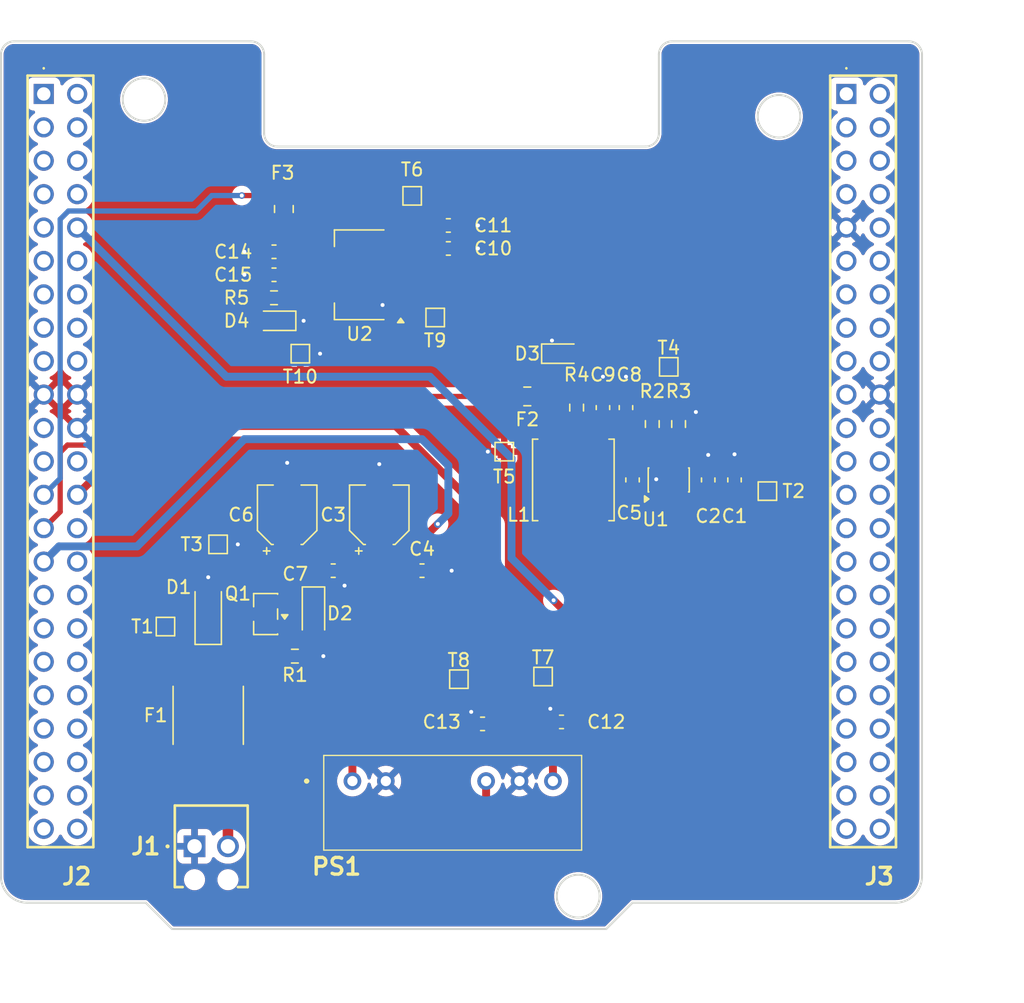
<source format=kicad_pcb>
(kicad_pcb (version 20241229) (generator "pcbnew") (generator_version "9.0")
  (title_block (rev "${REVISION}") (company "Author:") (comment 1 "Reviewer:"))
  (layers (0 "F.Cu" signal) (4 "In1.Cu" signal) (6 "In2.Cu" signal) (2 "B.Cu" signal) (13 "F.Paste" user) (15 "B.Paste" user) (5 "F.SilkS" user "F.Silkscreen") (7 "B.SilkS" user "B.Silkscreen") (1 "F.Mask" user) (3 "B.Mask" user) (25 "Edge.Cuts" user))
  (property "REVISION" "1.0")
  (net 0 "")
  (net 1 "VCC")
  (net 2 "GND")
  (net 3 "+5V")
  (net 4 "/power_section/VO_+3.3V")
  (net 5 "/power_section/RPP_D")
  (net 6 "/power_section/RPP_G")
  (net 7 "/power_section/D5V_R1k")
  (net 8 "+15V")
  (net 9 "/power_section/D3V3_R1k")
  (net 10 "+24V")
  (net 11 "+3V3")
  (net 12 "-15V")
  (net 13 "/power_section/SW_+5V")
  (net 14 "/power_section/VBST_+5V")
  (net 15 "/power_section/FB_+5V")
  (net 40 "/power_section/+5V_OUT")
  (footprint "Package_TO_SOT_SMD:SOT-23-6" (layer "F.Cu") (at 166.75 81.85 90)
    (property "Reference" "U1" (at -3 -1 0) (layer "F.SilkS"))
    (property "Value" "TPS563200")
    (pad "1" smd roundrect (at -1.1375 -0.95 90) (size 1.325 0.6) (layers "F.Cu" "F.Mask" "F.Paste") (net 2 "GND"))
    (pad "2" smd roundrect (at -1.1375 0 90) (size 1.325 0.6) (layers "F.Cu" "F.Mask" "F.Paste") (net 13 "/power_section/SW_+5V"))
    (pad "3" smd roundrect (at -1.1375 0.95 90) (size 1.325 0.6) (layers "F.Cu" "F.Mask" "F.Paste") (net 8 "+15V"))
    (pad "4" smd roundrect (at 1.1375 0.95 90) (size 1.325 0.6) (layers "F.Cu" "F.Mask" "F.Paste") (net 15 "/power_section/FB_+5V"))
    (pad "5" smd roundrect (at 1.1375 0 90) (size 1.325 0.6) (layers "F.Cu" "F.Mask" "F.Paste") (net 8 "+15V"))
    (pad "6" smd roundrect (at 1.1375 -0.95 90) (size 1.325 0.6) (layers "F.Cu" "F.Mask" "F.Paste") (net 14 "/power_section/VBST_+5V"))
  )
  (footprint "Capacitor_SMD:C_0603_1608Metric_Pad1.08x0.95mm_HandSolder" (layer "F.Cu") (at 148 88.75)
    (property "Reference" "C4" (at 0 -1.65 0) (layer "F.SilkS"))
    (property "Value" "10u")
    (pad "1" smd roundrect (at -0.8625 0) (size 1.075 0.95) (layers "F.Cu" "F.Mask" "F.Paste") (net 10 "+24V"))
    (pad "2" smd roundrect (at 0.8625 0) (size 1.075 0.95) (layers "F.Cu" "F.Mask" "F.Paste") (net 2 "GND"))
  )
  (footprint "Fuse:Fuse_0805_2012Metric_Pad1.15x1.40mm_HandSolder" (layer "F.Cu") (at 137.5 61.25 90)
    (property "Reference" "F3" (at 2.75 -0.1 0) (layer "F.SilkS"))
    (property "Value" "6V/1A")
    (pad "1" smd roundrect (at -1.025 0 90) (size 1.15 1.4) (layers "F.Cu" "F.Mask" "F.Paste") (roundrect_rratio 0.217391) (net 4 "/power_section/VO_+3.3V"))
    (pad "2" smd roundrect (at 1.025 0 90) (size 1.15 1.4) (layers "F.Cu" "F.Mask" "F.Paste") (roundrect_rratio 0.217391) (net 11 "+3V3"))
  )
  (footprint "Capacitor_SMD:C_0603_1608Metric_Pad1.08x0.95mm_HandSolder" (layer "F.Cu") (at 161.75 76.35 90)
    (property "Reference" "C9" (at 2.5 0 0) (layer "F.SilkS"))
    (property "Value" "22u")
    (pad "1" smd roundrect (at -0.8625 0 90) (size 1.075 0.95) (layers "F.Cu" "F.Mask" "F.Paste") (net 40 "/power_section/+5V_OUT"))
    (pad "2" smd roundrect (at 0.8625 0 90) (size 1.075 0.95) (layers "F.Cu" "F.Mask" "F.Paste") (net 2 "GND"))
  )
  (footprint "PLC_STM:PRT12790" (layer "F.Cu") (at 180.25 52.5 -90)
    (property "Reference" "J3" (at 59.5 -2.5 0) (layer "F.SilkS") (effects (font (size 1.27 1.27) (thickness 0.254))))
    (property "Value" "NUCLEO RIGHT" (hide yes))
    (pad "1" thru_hole rect (at 0 0 270) (size 1.53 1.53) (drill 1.02) (layers "*.Cu" "*.Mask"))
    (pad "2" thru_hole circle (at 0 -2.54 270) (size 1.53 1.53) (drill 1.02) (layers "*.Cu" "*.Mask"))
    (pad "3" thru_hole circle (at 2.54 0 270) (size 1.53 1.53) (drill 1.02) (layers "*.Cu" "*.Mask"))
    (pad "4" thru_hole circle (at 2.54 -2.54 270) (size 1.53 1.53) (drill 1.02) (layers "*.Cu" "*.Mask"))
    (pad "5" thru_hole circle (at 5.08 0 270) (size 1.53 1.53) (drill 1.02) (layers "*.Cu" "*.Mask"))
    (pad "6" thru_hole circle (at 5.08 -2.54 270) (size 1.53 1.53) (drill 1.02) (layers "*.Cu" "*.Mask"))
    (pad "7" thru_hole circle (at 7.62 0 270) (size 1.53 1.53) (drill 1.02) (layers "*.Cu" "*.Mask"))
    (pad "8" thru_hole circle (at 7.62 -2.54 270) (size 1.53 1.53) (drill 1.02) (layers "*.Cu" "*.Mask"))
    (pad "9" thru_hole circle (at 10.16 0 270) (size 1.53 1.53) (drill 1.02) (layers "*.Cu" "*.Mask") (net 2 "GND"))
    (pad "10" thru_hole circle (at 10.16 -2.54 270) (size 1.53 1.53) (drill 1.02) (layers "*.Cu" "*.Mask"))
    (pad "11" thru_hole circle (at 12.7 0 270) (size 1.53 1.53) (drill 1.02) (layers "*.Cu" "*.Mask"))
    (pad "12" thru_hole circle (at 12.7 -2.54 270) (size 1.53 1.53) (drill 1.02) (layers "*.Cu" "*.Mask"))
    (pad "13" thru_hole circle (at 15.24 0 270) (size 1.53 1.53) (drill 1.02) (layers "*.Cu" "*.Mask"))
    (pad "14" thru_hole circle (at 15.24 -2.54 270) (size 1.53 1.53) (drill 1.02) (layers "*.Cu" "*.Mask"))
    (pad "15" thru_hole circle (at 17.78 0 270) (size 1.53 1.53) (drill 1.02) (layers "*.Cu" "*.Mask"))
    (pad "16" thru_hole circle (at 17.78 -2.54 270) (size 1.53 1.53) (drill 1.02) (layers "*.Cu" "*.Mask"))
    (pad "17" thru_hole circle (at 20.32 0 270) (size 1.53 1.53) (drill 1.02) (layers "*.Cu" "*.Mask"))
    (pad "18" thru_hole circle (at 20.32 -2.54 270) (size 1.53 1.53) (drill 1.02) (layers "*.Cu" "*.Mask"))
    (pad "19" thru_hole circle (at 22.86 0 270) (size 1.53 1.53) (drill 1.02) (layers "*.Cu" "*.Mask"))
    (pad "20" thru_hole circle (at 22.86 -2.54 270) (size 1.53 1.53) (drill 1.02) (layers "*.Cu" "*.Mask") (net 2 "GND"))
    (pad "21" thru_hole circle (at 25.4 0 270) (size 1.53 1.53) (drill 1.02) (layers "*.Cu" "*.Mask"))
    (pad "22" thru_hole circle (at 25.4 -2.54 270) (size 1.53 1.53) (drill 1.02) (layers "*.Cu" "*.Mask"))
    (pad "23" thru_hole circle (at 27.94 0 270) (size 1.53 1.53) (drill 1.02) (layers "*.Cu" "*.Mask"))
    (pad "24" thru_hole circle (at 27.94 -2.54 270) (size 1.53 1.53) (drill 1.02) (layers "*.Cu" "*.Mask"))
    (pad "25" thru_hole circle (at 30.48 0 270) (size 1.53 1.53) (drill 1.02) (layers "*.Cu" "*.Mask"))
    (pad "26" thru_hole circle (at 30.48 -2.54 270) (size 1.53 1.53) (drill 1.02) (layers "*.Cu" "*.Mask"))
    (pad "27" thru_hole circle (at 33.02 0 270) (size 1.53 1.53) (drill 1.02) (layers "*.Cu" "*.Mask"))
    (pad "28" thru_hole circle (at 33.02 -2.54 270) (size 1.53 1.53) (drill 1.02) (layers "*.Cu" "*.Mask"))
    (pad "29" thru_hole circle (at 35.56 0 270) (size 1.53 1.53) (drill 1.02) (layers "*.Cu" "*.Mask"))
    (pad "30" thru_hole circle (at 35.56 -2.54 270) (size 1.53 1.53) (drill 1.02) (layers "*.Cu" "*.Mask"))
    (pad "31" thru_hole circle (at 38.1 0 270) (size 1.53 1.53) (drill 1.02) (layers "*.Cu" "*.Mask"))
    (pad "32" thru_hole circle (at 38.1 -2.54 270) (size 1.53 1.53) (drill 1.02) (layers "*.Cu" "*.Mask"))
    (pad "33" thru_hole circle (at 40.64 0 270) (size 1.53 1.53) (drill 1.02) (layers "*.Cu" "*.Mask"))
    (pad "34" thru_hole circle (at 40.64 -2.54 270) (size 1.53 1.53) (drill 1.02) (layers "*.Cu" "*.Mask"))
    (pad "35" thru_hole circle (at 43.18 0 270) (size 1.53 1.53) (drill 1.02) (layers "*.Cu" "*.Mask"))
    (pad "36" thru_hole circle (at 43.18 -2.54 270) (size 1.53 1.53) (drill 1.02) (layers "*.Cu" "*.Mask"))
    (pad "37" thru_hole circle (at 45.72 0 270) (size 1.53 1.53) (drill 1.02) (layers "*.Cu" "*.Mask"))
    (pad "38" thru_hole circle (at 45.72 -2.54 270) (size 1.53 1.53) (drill 1.02) (layers "*.Cu" "*.Mask"))
    (pad "39" thru_hole circle (at 48.26 0 270) (size 1.53 1.53) (drill 1.02) (layers "*.Cu" "*.Mask"))
    (pad "40" thru_hole circle (at 48.26 -2.54 270) (size 1.53 1.53) (drill 1.02) (layers "*.Cu" "*.Mask"))
    (pad "41" thru_hole circle (at 50.8 0 270) (size 1.53 1.53) (drill 1.02) (layers "*.Cu" "*.Mask"))
    (pad "42" thru_hole circle (at 50.8 -2.54 270) (size 1.53 1.53) (drill 1.02) (layers "*.Cu" "*.Mask"))
    (pad "43" thru_hole circle (at 53.34 0 270) (size 1.53 1.53) (drill 1.02) (layers "*.Cu" "*.Mask"))
    (pad "44" thru_hole circle (at 53.34 -2.54 270) (size 1.53 1.53) (drill 1.02) (layers "*.Cu" "*.Mask"))
    (pad "45" thru_hole circle (at 55.88 0 270) (size 1.53 1.53) (drill 1.02) (layers "*.Cu" "*.Mask"))
    (pad "46" thru_hole circle (at 55.88 -2.54 270) (size 1.53 1.53) (drill 1.02) (layers "*.Cu" "*.Mask"))
  )
  (footprint "Capacitor_SMD:C_0603_1608Metric_Pad1.08x0.95mm_HandSolder" (layer "F.Cu") (at 150 62.5)
    (property "Reference" "C11" (at 3.4 0 0) (layer "F.SilkS"))
    (property "Value" "100n")
    (pad "1" smd roundrect (at -0.8625 0) (size 1.075 0.95) (layers "F.Cu" "F.Mask" "F.Paste") (net 3 "+5V"))
    (pad "2" smd roundrect (at 0.8625 0) (size 1.075 0.95) (layers "F.Cu" "F.Mask" "F.Paste") (net 2 "GND"))
  )
  (footprint "Capacitor_SMD:C_0603_1608Metric_Pad1.08x0.95mm_HandSolder" (layer "F.Cu") (at 164 81.85 90)
    (property "Reference" "C5" (at -2.5 -0.25 0) (layer "F.SilkS"))
    (property "Value" "100n")
    (pad "1" smd roundrect (at -0.8625 0 90) (size 1.075 0.95) (layers "F.Cu" "F.Mask" "F.Paste") (net 13 "/power_section/SW_+5V"))
    (pad "2" smd roundrect (at 0.8625 0 90) (size 1.075 0.95) (layers "F.Cu" "F.Mask" "F.Paste") (net 14 "/power_section/VBST_+5V"))
  )
  (footprint "Resistor_SMD:R_0603_1608Metric_Pad0.98x0.95mm_HandSolder" (layer "F.Cu") (at 138.3375 95.25 180)
    (property "Reference" "R1" (at 0 -1.43 0) (layer "F.SilkS"))
    (property "Value" "100k")
    (pad "1" smd roundrect (at -0.9125 0 180) (size 0.975 0.95) (layers "F.Cu" "F.Mask" "F.Paste") (net 2 "GND"))
    (pad "2" smd roundrect (at 0.9125 0 180) (size 0.975 0.95) (layers "F.Cu" "F.Mask" "F.Paste") (net 6 "/power_section/RPP_G"))
  )
  (footprint "Package_TO_SOT_SMD:SOT-23-3" (layer "F.Cu") (at 136.1125 92.05 180)
    (property "Reference" "Q1" (at 2.1125 1.55 0) (layer "F.SilkS"))
    (property "Value" "SI2347DS-T1-GE3")
    (pad "1" smd roundrect (at -1.1375 -0.95 180) (size 1.325 0.6) (layers "F.Cu" "F.Mask" "F.Paste") (net 6 "/power_section/RPP_G"))
    (pad "2" smd roundrect (at -1.1375 0.95 180) (size 1.325 0.6) (layers "F.Cu" "F.Mask" "F.Paste") (net 10 "+24V"))
    (pad "3" smd roundrect (at 1.1375 0 180) (size 1.325 0.6) (layers "F.Cu" "F.Mask" "F.Paste") (net 5 "/power_section/RPP_D"))
  )
  (footprint "Fuse:Fuse_2920_7451Metric_Pad2.10x5.45mm_HandSolder" (layer "F.Cu") (at 131.75 99.75 -90)
    (property "Reference" "F1" (at 0 4 180) (layer "F.SilkS"))
    (property "Value" "33V/0A75")
    (pad "1" smd roundrect (at -3.475 0 270) (size 2.1 5.45) (layers "F.Cu" "F.Mask" "F.Paste") (roundrect_rratio 0.119048) (net 5 "/power_section/RPP_D"))
    (pad "2" smd roundrect (at 3.475 0 270) (size 2.1 5.45) (layers "F.Cu" "F.Mask" "F.Paste") (roundrect_rratio 0.119048) (net 1 "VCC"))
  )
  (footprint "Inductor_SMD:L_TDK_VLS6045EX_VLS6045AF" (layer "F.Cu") (at 159.5 81.85 90)
    (property "Reference" "L1" (at -2.65 -4.15 0) (layer "F.SilkS"))
    (property "Value" "3u3/4A95")
    (pad "1" smd roundrect (at -2.1 0 90) (size 1.9 5.1) (layers "F.Cu" "F.Mask" "F.Paste") (net 13 "/power_section/SW_+5V"))
    (pad "2" smd roundrect (at 2.1 0 90) (size 1.9 5.1) (layers "F.Cu" "F.Mask" "F.Paste") (net 40 "/power_section/+5V_OUT"))
  )
  (footprint "Fuse:Fuse_0805_2012Metric_Pad1.15x1.40mm_HandSolder" (layer "F.Cu") (at 156 75.5 180)
    (property "Reference" "F2" (at 0 -1.75 0) (layer "F.SilkS"))
    (property "Value" "6V/1A")
    (pad "1" smd roundrect (at -1.025 0 180) (size 1.15 1.4) (layers "F.Cu" "F.Mask" "F.Paste") (roundrect_rratio 0.217391) (net 40 "/power_section/+5V_OUT"))
    (pad "2" smd roundrect (at 1.025 0 180) (size 1.15 1.4) (layers "F.Cu" "F.Mask" "F.Paste") (roundrect_rratio 0.217391) (net 3 "+5V"))
  )
  (footprint "Capacitor_SMD:C_0603_1608Metric_Pad1.08x0.95mm_HandSolder" (layer "F.Cu") (at 136.75 64.5 180)
    (property "Reference" "C14" (at 3.1 0 0) (layer "F.SilkS"))
    (property "Value" "100n")
    (pad "1" smd roundrect (at -0.8625 0 180) (size 1.075 0.95) (layers "F.Cu" "F.Mask" "F.Paste") (net 4 "/power_section/VO_+3.3V"))
    (pad "2" smd roundrect (at 0.8625 0 180) (size 1.075 0.95) (layers "F.Cu" "F.Mask" "F.Paste") (net 2 "GND"))
  )
  (footprint "TestPoint:TestPoint_Pad_1.0x1.0mm" (layer "F.Cu") (at 150.8 97)
    (property "Reference" "T8" (at 0 -1.448 0) (layer "F.SilkS"))
    (property "Value" "-15V")
    (pad "1" smd rect (at 0 0) (size 1 1) (layers "F.Cu" "F.Mask") (net 12 "-15V"))
  )
  (footprint "Capacitor_SMD:C_0603_1608Metric_Pad1.08x0.95mm_HandSolder" (layer "F.Cu") (at 141.25 88.75)
    (property "Reference" "C7" (at -2.8875 0.25 0) (layer "F.SilkS"))
    (property "Value" "10u")
    (pad "1" smd roundrect (at -0.8625 0) (size 1.075 0.95) (layers "F.Cu" "F.Mask" "F.Paste") (net 10 "+24V"))
    (pad "2" smd roundrect (at 0.8625 0) (size 1.075 0.95) (layers "F.Cu" "F.Mask" "F.Paste") (net 2 "GND"))
  )
  (footprint "Diode_SMD:D_SOD-123" (layer "F.Cu") (at 131.75 92 90)
    (property "Reference" "D1" (at 2 -2.25 180) (layer "F.SilkS"))
    (property "Value" "30V/200W")
    (pad "1" smd roundrect (at -1.65 0 90) (size 0.9 1.2) (layers "F.Cu" "F.Mask" "F.Paste") (net 5 "/power_section/RPP_D"))
    (pad "2" smd roundrect (at 1.65 0 90) (size 0.9 1.2) (layers "F.Cu" "F.Mask" "F.Paste") (net 2 "GND"))
  )
  (footprint "PLC_STM:DPUN02N15" (layer "F.Cu") (at 142.71 104.75)
    (property "Reference" "PS1" (at -1.21 6.5 0) (layer "F.SilkS") (effects (font (size 1.27 1.27) (thickness 0.254))))
    (property "Value" "DPUN02N-15" (hide yes))
    (pad "1" thru_hole circle (at 0 0) (size 1.337 1.337) (drill 0.78) (layers "*.Cu" "*.Mask") (net 10 "+24V"))
    (pad "2" thru_hole circle (at 2.54 0) (size 1.337 1.337) (drill 0.78) (layers "*.Cu" "*.Mask") (net 2 "GND"))
    (pad "5" thru_hole circle (at 10.16 0) (size 1.337 1.337) (drill 0.78) (layers "*.Cu" "*.Mask") (net 8 "+15V"))
    (pad "6" thru_hole circle (at 12.7 0) (size 1.337 1.337) (drill 0.78) (layers "*.Cu" "*.Mask") (net 2 "GND"))
    (pad "7" thru_hole circle (at 15.24 0) (size 1.337 1.337) (drill 0.78) (layers "*.Cu" "*.Mask") (net 12 "-15V"))
  )
  (footprint "Resistor_SMD:R_0603_1608Metric_Pad0.98x0.95mm_HandSolder" (layer "F.Cu") (at 165.5 77.6 -90)
    (property "Reference" "R2" (at -2.5 0 0) (layer "F.SilkS"))
    (property "Value" "56k2")
    (pad "1" smd roundrect (at -0.9125 0 270) (size 0.975 0.95) (layers "F.Cu" "F.Mask" "F.Paste") (net 40 "/power_section/+5V_OUT"))
    (pad "2" smd roundrect (at 0.9125 0 270) (size 0.975 0.95) (layers "F.Cu" "F.Mask" "F.Paste") (net 15 "/power_section/FB_+5V"))
  )
  (footprint "Diode_SMD:D_SOD-323_HandSoldering" (layer "F.Cu") (at 139.75 92 -90)
    (property "Reference" "D2" (at 0 -2 0) (layer "F.SilkS"))
    (property "Value" "9V1")
    (pad "1" smd roundrect (at -1.25 0 270) (size 1 1) (layers "F.Cu" "F.Mask" "F.Paste") (net 10 "+24V"))
    (pad "2" smd roundrect (at 1.25 0 270) (size 1 1) (layers "F.Cu" "F.Mask" "F.Paste") (net 6 "/power_section/RPP_G"))
  )
  (footprint "Capacitor_SMD:C_0603_1608Metric_Pad1.08x0.95mm_HandSolder" (layer "F.Cu") (at 136.75 66.25 180)
    (property "Reference" "C15" (at 3.1 0 0) (layer "F.SilkS"))
    (property "Value" "22u")
    (pad "1" smd roundrect (at -0.8625 0 180) (size 1.075 0.95) (layers "F.Cu" "F.Mask" "F.Paste") (net 4 "/power_section/VO_+3.3V"))
    (pad "2" smd roundrect (at 0.8625 0 180) (size 1.075 0.95) (layers "F.Cu" "F.Mask" "F.Paste") (net 2 "GND"))
  )
  (footprint "TestPoint:TestPoint_Pad_1.0x1.0mm" (layer "F.Cu") (at 157.2 96.8)
    (property "Reference" "T7" (at 0 -1.448 0) (layer "F.SilkS"))
    (property "Value" "+15V")
    (pad "1" smd rect (at 0 0) (size 1 1) (layers "F.Cu" "F.Mask") (net 8 "+15V"))
  )
  (footprint "PLC_STM:1725656" (layer "F.Cu") (at 130.71 109.71)
    (property "Reference" "J1" (at -3.71 0 0) (layer "F.SilkS") (effects (font (size 1.27 1.27) (thickness 0.254))))
    (property "Value" "POWER" (hide yes))
    (pad "" np_thru_hole circle (at 0 2.54) (size 1.1 1.1) (drill 1.1) (layers "*.Cu" "*.Mask"))
    (pad "" np_thru_hole circle (at 2.54 2.54) (size 1.1 1.1) (drill 1.1) (layers "*.Cu" "*.Mask"))
    (pad "1" thru_hole rect (at 0 0) (size 1.65 1.65) (drill 1.1) (layers "*.Cu" "*.Mask") (net 2 "GND"))
    (pad "2" thru_hole circle (at 2.54 0) (size 1.65 1.65) (drill 1.1) (layers "*.Cu" "*.Mask") (net 1 "VCC"))
  )
  (footprint "TestPoint:TestPoint_Pad_1.0x1.0mm" (layer "F.Cu") (at 154.25 79.7)
    (property "Reference" "T5" (at 0 1.9 0) (layer "F.SilkS"))
    (property "Value" "GND")
    (pad "1" smd rect (at 0 0) (size 1 1) (layers "F.Cu" "F.Mask") (net 2 "GND"))
  )
  (footprint "Resistor_SMD:R_0603_1608Metric_Pad0.98x0.95mm_HandSolder" (layer "F.Cu") (at 136.75 68 180)
    (property "Reference" "R5" (at 2.85 0 0) (layer "F.SilkS"))
    (property "Value" "1k")
    (pad "1" smd roundrect (at -0.9125 0 180) (size 0.975 0.95) (layers "F.Cu" "F.Mask" "F.Paste") (net 4 "/power_section/VO_+3.3V"))
    (pad "2" smd roundrect (at 0.9125 0 180) (size 0.975 0.95) (layers "F.Cu" "F.Mask" "F.Paste") (net 9 "/power_section/D3V3_R1k"))
  )
  (footprint "Capacitor_SMD:CP_Elec_4x5.8" (layer "F.Cu") (at 144.75 84.5 90)
    (property "Reference" "C3" (at 0 -3.5 0) (layer "F.SilkS"))
    (property "Value" "22u")
    (pad "1" smd roundrect (at -1.8 0 90) (size 2.6 1.6) (layers "F.Cu" "F.Mask" "F.Paste") (roundrect_rratio 0.15625) (net 10 "+24V"))
    (pad "2" smd roundrect (at 1.8 0 90) (size 2.6 1.6) (layers "F.Cu" "F.Mask" "F.Paste") (roundrect_rratio 0.15625) (net 2 "GND"))
  )
  (footprint "TestPoint:TestPoint_Pad_1.0x1.0mm" (layer "F.Cu") (at 149 69.5 180)
    (property "Reference" "T9" (at 0 -1.75 0) (layer "F.SilkS"))
    (property "Value" "3V3")
    (pad "1" smd rect (at 0 0 180) (size 1 1) (layers "F.Cu" "F.Mask") (net 4 "/power_section/VO_+3.3V"))
  )
  (footprint "Capacitor_SMD:C_0603_1608Metric_Pad1.08x0.95mm_HandSolder" (layer "F.Cu") (at 169.75 81.85 90)
    (property "Reference" "C2" (at -2.75 0 0) (layer "F.SilkS"))
    (property "Value" "10u")
    (pad "1" smd roundrect (at -0.8625 0 90) (size 1.075 0.95) (layers "F.Cu" "F.Mask" "F.Paste") (net 8 "+15V"))
    (pad "2" smd roundrect (at 0.8625 0 90) (size 1.075 0.95) (layers "F.Cu" "F.Mask" "F.Paste") (net 2 "GND"))
  )
  (footprint "TestPoint:TestPoint_Pad_1.0x1.0mm" (layer "F.Cu") (at 138.75 72.25 180)
    (property "Reference" "T10" (at 0 -1.75 0) (layer "F.SilkS"))
    (property "Value" "GND")
    (pad "1" smd rect (at 0 0 180) (size 1 1) (layers "F.Cu" "F.Mask") (net 2 "GND"))
  )
  (footprint "Capacitor_SMD:CP_Elec_4x5.8" (layer "F.Cu") (at 137.75 84.5 90)
    (property "Reference" "C6" (at 0 -3.5 0) (layer "F.SilkS"))
    (property "Value" "22u")
    (pad "1" smd roundrect (at -1.8 0 90) (size 2.6 1.6) (layers "F.Cu" "F.Mask" "F.Paste") (roundrect_rratio 0.15625) (net 10 "+24V"))
    (pad "2" smd roundrect (at 1.8 0 90) (size 2.6 1.6) (layers "F.Cu" "F.Mask" "F.Paste") (roundrect_rratio 0.15625) (net 2 "GND"))
  )
  (footprint "Capacitor_SMD:C_0603_1608Metric_Pad1.08x0.95mm_HandSolder" (layer "F.Cu") (at 171.75 81.85 90)
    (property "Reference" "C1" (at -2.75 0 0) (layer "F.SilkS"))
    (property "Value" "10u")
    (pad "1" smd roundrect (at -0.8625 0 90) (size 1.075 0.95) (layers "F.Cu" "F.Mask" "F.Paste") (net 8 "+15V"))
    (pad "2" smd roundrect (at 0.8625 0 90) (size 1.075 0.95) (layers "F.Cu" "F.Mask" "F.Paste") (net 2 "GND"))
  )
  (footprint "TestPoint:TestPoint_Pad_1.0x1.0mm" (layer "F.Cu") (at 128.5 93 -90)
    (property "Reference" "T1" (at 0 1.75 180) (layer "F.SilkS"))
    (property "Value" "VCC")
    (pad "1" smd rect (at 0 0 270) (size 1 1) (layers "F.Cu" "F.Mask") (net 5 "/power_section/RPP_D"))
  )
  (footprint "Capacitor_SMD:C_0603_1608Metric_Pad1.08x0.95mm_HandSolder" (layer "F.Cu") (at 163.5 76.35 90)
    (property "Reference" "C8" (at 2.5 0.25 0) (layer "F.SilkS"))
    (property "Value" "22u")
    (pad "1" smd roundrect (at -0.8625 0 90) (size 1.075 0.95) (layers "F.Cu" "F.Mask" "F.Paste") (net 40 "/power_section/+5V_OUT"))
    (pad "2" smd roundrect (at 0.8625 0 90) (size 1.075 0.95) (layers "F.Cu" "F.Mask" "F.Paste") (net 2 "GND"))
  )
  (footprint "TestPoint:TestPoint_Pad_1.0x1.0mm" (layer "F.Cu") (at 166.75 73.25)
    (property "Reference" "T4" (at 0 -1.448 0) (layer "F.SilkS"))
    (property "Value" "5V")
    (pad "1" smd rect (at 0 0) (size 1 1) (layers "F.Cu" "F.Mask") (net 40 "/power_section/+5V_OUT"))
  )
  (footprint "Resistor_SMD:R_0603_1608Metric_Pad0.98x0.95mm_HandSolder" (layer "F.Cu") (at 159.75 76.35 90)
    (property "Reference" "R4" (at 2.5 0 0) (layer "F.SilkS"))
    (property "Value" "1k")
    (pad "1" smd roundrect (at -0.9125 0 90) (size 0.975 0.95) (layers "F.Cu" "F.Mask" "F.Paste") (net 40 "/power_section/+5V_OUT"))
    (pad "2" smd roundrect (at 0.9125 0 90) (size 0.975 0.95) (layers "F.Cu" "F.Mask" "F.Paste") (net 7 "/power_section/D5V_R1k"))
  )
  (footprint "Capacitor_SMD:C_0603_1608Metric_Pad1.08x0.95mm_HandSolder" (layer "F.Cu") (at 158.6 100.25 180)
    (property "Reference" "C12" (at -3.4 0 180) (layer "F.SilkS"))
    (property "Value" "10u")
    (pad "1" smd roundrect (at -0.8625 0 180) (size 1.075 0.95) (layers "F.Cu" "F.Mask" "F.Paste") (net 8 "+15V"))
    (pad "2" smd roundrect (at 0.8625 0 180) (size 1.075 0.95) (layers "F.Cu" "F.Mask" "F.Paste") (net 2 "GND"))
  )
  (footprint "Package_TO_SOT_SMD:SOT-223-3_TabPin2" (layer "F.Cu") (at 143.25 66.25 180)
    (property "Reference" "U2" (at 0 -4.5 0) (layer "F.SilkS"))
    (property "Value" "LM1117-3.3")
    (pad "1" smd roundrect (at -3.15 -2.3 180) (size 2 1.5) (layers "F.Cu" "F.Mask" "F.Paste") (net 2 "GND"))
    (pad "2" smd roundrect (at -3.15 0 180) (size 2 1.5) (layers "F.Cu" "F.Mask" "F.Paste") (net 4 "/power_section/VO_+3.3V"))
    (pad "2" smd roundrect (at 3.15 0 180) (size 2 3.8) (layers "F.Cu" "F.Mask" "F.Paste") (net 4 "/power_section/VO_+3.3V"))
    (pad "3" smd roundrect (at -3.15 2.3 180) (size 2 1.5) (layers "F.Cu" "F.Mask" "F.Paste") (net 3 "+5V"))
  )
  (footprint "TestPoint:TestPoint_Pad_1.0x1.0mm" (layer "F.Cu") (at 132.5 86.75 -90)
    (property "Reference" "T3" (at 0 2 180) (layer "F.SilkS"))
    (property "Value" "GND")
    (pad "1" smd rect (at 0 0 270) (size 1 1) (layers "F.Cu" "F.Mask") (net 2 "GND"))
  )
  (footprint "PLC_STM:PRT12790" (layer "F.Cu") (at 119.25 52.5 -90)
    (property "Reference" "J2" (at 59.5 -2.5 0) (layer "F.SilkS") (effects (font (size 1.27 1.27) (thickness 0.254))))
    (property "Value" "NUCLEO LEFT" (hide yes))
    (pad "1" thru_hole rect (at 0 0 270) (size 1.53 1.53) (drill 1.02) (layers "*.Cu" "*.Mask"))
    (pad "2" thru_hole circle (at 0 -2.54 270) (size 1.53 1.53) (drill 1.02) (layers "*.Cu" "*.Mask"))
    (pad "3" thru_hole circle (at 2.54 0 270) (size 1.53 1.53) (drill 1.02) (layers "*.Cu" "*.Mask"))
    (pad "4" thru_hole circle (at 2.54 -2.54 270) (size 1.53 1.53) (drill 1.02) (layers "*.Cu" "*.Mask"))
    (pad "5" thru_hole circle (at 5.08 0 270) (size 1.53 1.53) (drill 1.02) (layers "*.Cu" "*.Mask"))
    (pad "6" thru_hole circle (at 5.08 -2.54 270) (size 1.53 1.53) (drill 1.02) (layers "*.Cu" "*.Mask"))
    (pad "7" thru_hole circle (at 7.62 0 270) (size 1.53 1.53) (drill 1.02) (layers "*.Cu" "*.Mask"))
    (pad "8" thru_hole circle (at 7.62 -2.54 270) (size 1.53 1.53) (drill 1.02) (layers "*.Cu" "*.Mask"))
    (pad "9" thru_hole circle (at 10.16 0 270) (size 1.53 1.53) (drill 1.02) (layers "*.Cu" "*.Mask"))
    (pad "10" thru_hole circle (at 10.16 -2.54 270) (size 1.53 1.53) (drill 1.02) (layers "*.Cu" "*.Mask") (net 8 "+15V"))
    (pad "11" thru_hole circle (at 12.7 0 270) (size 1.53 1.53) (drill 1.02) (layers "*.Cu" "*.Mask"))
    (pad "12" thru_hole circle (at 12.7 -2.54 270) (size 1.53 1.53) (drill 1.02) (layers "*.Cu" "*.Mask"))
    (pad "13" thru_hole circle (at 15.24 0 270) (size 1.53 1.53) (drill 1.02) (layers "*.Cu" "*.Mask"))
    (pad "14" thru_hole circle (at 15.24 -2.54 270) (size 1.53 1.53) (drill 1.02) (layers "*.Cu" "*.Mask"))
    (pad "15" thru_hole circle (at 17.78 0 270) (size 1.53 1.53) (drill 1.02) (layers "*.Cu" "*.Mask"))
    (pad "16" thru_hole circle (at 17.78 -2.54 270) (size 1.53 1.53) (drill 1.02) (layers "*.Cu" "*.Mask"))
    (pad "17" thru_hole circle (at 20.32 0 270) (size 1.53 1.53) (drill 1.02) (layers "*.Cu" "*.Mask"))
    (pad "18" thru_hole circle (at 20.32 -2.54 270) (size 1.53 1.53) (drill 1.02) (layers "*.Cu" "*.Mask"))
    (pad "19" thru_hole circle (at 22.86 0 270) (size 1.53 1.53) (drill 1.02) (layers "*.Cu" "*.Mask") (net 2 "GND"))
    (pad "20" thru_hole circle (at 22.86 -2.54 270) (size 1.53 1.53) (drill 1.02) (layers "*.Cu" "*.Mask") (net 2 "GND"))
    (pad "21" thru_hole circle (at 25.4 0 270) (size 1.53 1.53) (drill 1.02) (layers "*.Cu" "*.Mask"))
    (pad "22" thru_hole circle (at 25.4 -2.54 270) (size 1.53 1.53) (drill 1.02) (layers "*.Cu" "*.Mask") (net 2 "GND"))
    (pad "23" thru_hole circle (at 27.94 0 270) (size 1.53 1.53) (drill 1.02) (layers "*.Cu" "*.Mask"))
    (pad "24" thru_hole circle (at 27.94 -2.54 270) (size 1.53 1.53) (drill 1.02) (layers "*.Cu" "*.Mask"))
    (pad "25" thru_hole circle (at 30.48 0 270) (size 1.53 1.53) (drill 1.02) (layers "*.Cu" "*.Mask") (net 11 "+3V3"))
    (pad "26" thru_hole circle (at 30.48 -2.54 270) (size 1.53 1.53) (drill 1.02) (layers "*.Cu" "*.Mask") (net 12 "-15V"))
    (pad "27" thru_hole circle (at 33.02 0 270) (size 1.53 1.53) (drill 1.02) (layers "*.Cu" "*.Mask") (net 3 "+5V"))
    (pad "28" thru_hole circle (at 33.02 -2.54 270) (size 1.53 1.53) (drill 1.02) (layers "*.Cu" "*.Mask"))
    (pad "29" thru_hole circle (at 35.56 0 270) (size 1.53 1.53) (drill 1.02) (layers "*.Cu" "*.Mask") (net 10 "+24V"))
    (pad "30" thru_hole circle (at 35.56 -2.54 270) (size 1.53 1.53) (drill 1.02) (layers "*.Cu" "*.Mask"))
    (pad "31" thru_hole circle (at 38.1 0 270) (size 1.53 1.53) (drill 1.02) (layers "*.Cu" "*.Mask"))
    (pad "32" thru_hole circle (at 38.1 -2.54 270) (size 1.53 1.53) (drill 1.02) (layers "*.Cu" "*.Mask"))
    (pad "33" thru_hole circle (at 40.64 0 270) (size 1.53 1.53) (drill 1.02) (layers "*.Cu" "*.Mask"))
    (pad "34" thru_hole circle (at 40.64 -2.54 270) (size 1.53 1.53) (drill 1.02) (layers "*.Cu" "*.Mask"))
    (pad "35" thru_hole circle (at 43.18 0 270) (size 1.53 1.53) (drill 1.02) (layers "*.Cu" "*.Mask"))
    (pad "36" thru_hole circle (at 43.18 -2.54 270) (size 1.53 1.53) (drill 1.02) (layers "*.Cu" "*.Mask"))
    (pad "37" thru_hole circle (at 45.72 0 270) (size 1.53 1.53) (drill 1.02) (layers "*.Cu" "*.Mask"))
    (pad "38" thru_hole circle (at 45.72 -2.54 270) (size 1.53 1.53) (drill 1.02) (layers "*.Cu" "*.Mask"))
    (pad "39" thru_hole circle (at 48.26 0 270) (size 1.53 1.53) (drill 1.02) (layers "*.Cu" "*.Mask"))
    (pad "40" thru_hole circle (at 48.26 -2.54 270) (size 1.53 1.53) (drill 1.02) (layers "*.Cu" "*.Mask"))
    (pad "41" thru_hole circle (at 50.8 0 270) (size 1.53 1.53) (drill 1.02) (layers "*.Cu" "*.Mask"))
    (pad "42" thru_hole circle (at 50.8 -2.54 270) (size 1.53 1.53) (drill 1.02) (layers "*.Cu" "*.Mask"))
    (pad "43" thru_hole circle (at 53.34 0 270) (size 1.53 1.53) (drill 1.02) (layers "*.Cu" "*.Mask"))
    (pad "44" thru_hole circle (at 53.34 -2.54 270) (size 1.53 1.53) (drill 1.02) (layers "*.Cu" "*.Mask"))
    (pad "45" thru_hole circle (at 55.88 0 270) (size 1.53 1.53) (drill 1.02) (layers "*.Cu" "*.Mask"))
    (pad "46" thru_hole circle (at 55.88 -2.54 270) (size 1.53 1.53) (drill 1.02) (layers "*.Cu" "*.Mask"))
  )
  (footprint "Capacitor_SMD:C_0603_1608Metric_Pad1.08x0.95mm_HandSolder" (layer "F.Cu") (at 150 64.25)
    (property "Reference" "C10" (at 3.4 0 0) (layer "F.SilkS"))
    (property "Value" "10u")
    (pad "1" smd roundrect (at -0.8625 0) (size 1.075 0.95) (layers "F.Cu" "F.Mask" "F.Paste") (net 3 "+5V"))
    (pad "2" smd roundrect (at 0.8625 0) (size 1.075 0.95) (layers "F.Cu" "F.Mask" "F.Paste") (net 2 "GND"))
  )
  (footprint "Capacitor_SMD:C_0603_1608Metric_Pad1.08x0.95mm_HandSolder" (layer "F.Cu") (at 152.6 100.4)
    (property "Reference" "C13" (at -3.1 -0.15 0) (layer "F.SilkS"))
    (property "Value" "10u")
    (pad "1" smd roundrect (at -0.8625 0) (size 1.075 0.95) (layers "F.Cu" "F.Mask" "F.Paste") (net 2 "GND"))
    (pad "2" smd roundrect (at 0.8625 0) (size 1.075 0.95) (layers "F.Cu" "F.Mask" "F.Paste") (net 12 "-15V"))
  )
  (footprint "TestPoint:TestPoint_Pad_1.0x1.0mm" (layer "F.Cu") (at 174.25 82.7)
    (property "Reference" "T2" (at 2 0 0) (layer "F.SilkS"))
    (property "Value" "15V")
    (pad "1" smd rect (at 0 0) (size 1 1) (layers "F.Cu" "F.Mask") (net 8 "+15V"))
  )
  (footprint "Resistor_SMD:R_0603_1608Metric_Pad0.98x0.95mm_HandSolder" (layer "F.Cu") (at 167.5 77.6 -90)
    (property "Reference" "R3" (at -2.5 0 0) (layer "F.SilkS"))
    (property "Value" "10k")
    (pad "1" smd roundrect (at -0.9125 0 270) (size 0.975 0.95) (layers "F.Cu" "F.Mask" "F.Paste") (net 2 "GND"))
    (pad "2" smd roundrect (at 0.9125 0 270) (size 0.975 0.95) (layers "F.Cu" "F.Mask" "F.Paste") (net 15 "/power_section/FB_+5V"))
  )
  (footprint "LED_SMD:LED_0603_1608Metric_Pad1.05x0.95mm_HandSolder" (layer "F.Cu") (at 136.75 69.75 180)
    (property "Reference" "D4" (at 2.85 0 0) (layer "F.SilkS"))
    (property "Value" "LD3V3")
    (pad "1" smd roundrect (at -0.875 0 180) (size 1.05 0.95) (layers "F.Cu" "F.Mask" "F.Paste") (net 2 "GND"))
    (pad "2" smd roundrect (at 0.875 0 180) (size 1.05 0.95) (layers "F.Cu" "F.Mask" "F.Paste") (net 9 "/power_section/D3V3_R1k"))
  )
  (footprint "LED_SMD:LED_0603_1608Metric_Pad1.05x0.95mm_HandSolder" (layer "F.Cu") (at 158.75 72.25)
    (property "Reference" "D3" (at -2.75 0 0) (layer "F.SilkS"))
    (property "Value" "LD5V")
    (pad "1" smd roundrect (at -0.875 0) (size 1.05 0.95) (layers "F.Cu" "F.Mask" "F.Paste") (net 2 "GND"))
    (pad "2" smd roundrect (at 0.875 0) (size 1.05 0.95) (layers "F.Cu" "F.Mask" "F.Paste") (net 7 "/power_section/D5V_R1k"))
  )
  (footprint "TestPoint:TestPoint_Pad_1.0x1.0mm" (layer "F.Cu") (at 147.25 60.25 180)
    (property "Reference" "T6" (at 0 2 0) (layer "F.SilkS"))
    (property "Value" "5V")
    (pad "1" smd rect (at 0 0 180) (size 1 1) (layers "F.Cu" "F.Mask") (net 3 "+5V"))
  )
  (gr_line (start 185 48.5) (end 167 48.5) (stroke (width 0.15)) (layer "Edge.Cuts"))
  (gr_line (start 162 116) (end 164 114) (stroke (width 0.15)) (layer "Edge.Cuts"))
  (gr_arc (start 116 49.5) (mid 116.292893 48.792893) (end 117 48.5) (stroke (width 0.15)) (layer "Edge.Cuts"))
  (gr_line (start 164 114) (end 184 114) (stroke (width 0.15)) (layer "Edge.Cuts"))
  (gr_arc (start 166 55.5) (mid 165.707107 56.207107) (end 165 56.5) (stroke (width 0.15)) (layer "Edge.Cuts"))
  (gr_arc (start 135 48.5) (mid 135.707107 48.792893) (end 136 49.5) (stroke (width 0.15)) (layer "Edge.Cuts"))
  (gr_arc (start 185 48.5) (mid 185.707107 48.792893) (end 186 49.5) (stroke (width 0.15)) (layer "Edge.Cuts"))
  (gr_arc (start 137 56.5) (mid 136.292893 56.207107) (end 136 55.5) (stroke (width 0.15)) (layer "Edge.Cuts"))
  (gr_line (start 117 48.5) (end 135 48.5) (stroke (width 0.15)) (layer "Edge.Cuts"))
  (gr_line (start 136 49.5) (end 136 55.5) (stroke (width 0.15)) (layer "Edge.Cuts"))
  (gr_arc (start 118 114) (mid 116.585786 113.414214) (end 116 112) (stroke (width 0.15)) (layer "Edge.Cuts"))
  (gr_line (start 116 112) (end 116 49.5) (stroke (width 0.15)) (layer "Edge.Cuts"))
  (gr_circle (center 175.13 54.2) (end 176.75 54.2) (stroke (width 0.15)) (fill no) (layer "Edge.Cuts"))
  (gr_line (start 165 56.5) (end 137 56.5) (stroke (width 0.15)) (layer "Edge.Cuts"))
  (gr_arc (start 166 49.5) (mid 166.292893 48.792893) (end 167 48.5) (stroke (width 0.15)) (layer "Edge.Cuts"))
  (gr_line (start 129 116) (end 162 116) (stroke (width 0.15)) (layer "Edge.Cuts"))
  (gr_circle (center 126.87 52.92) (end 128.49 52.92) (stroke (width 0.15)) (fill no) (layer "Edge.Cuts"))
  (gr_line (start 186 112) (end 186 49.5) (stroke (width 0.15)) (layer "Edge.Cuts"))
  (gr_line (start 118 114) (end 127 114) (stroke (width 0.15)) (layer "Edge.Cuts"))
  (gr_circle (center 159.87 113.5) (end 161.5 113.5) (stroke (width 0.15)) (fill no) (layer "Edge.Cuts"))
  (gr_line (start 127 114) (end 129 116) (stroke (width 0.15)) (layer "Edge.Cuts"))
  (gr_line (start 166 49.5) (end 166 55.5) (stroke (width 0.15)) (layer "Edge.Cuts"))
  (gr_arc (start 186 112) (mid 185.414214 113.414214) (end 184 114) (stroke (width 0.15)) (layer "Edge.Cuts"))
  (segment (start 133.25 109.71) (end 133.25 107.5) (width 0.8) (layer "F.Cu") (net 1))
  (segment (start 133.25 107.5) (end 131.75 106) (width 0.8) (layer "F.Cu") (net 1))
  (segment (start 131.75 106) (end 131.75 103.225) (width 0.8) (layer "F.Cu") (net 1))
  (segment (start 151.7375 99.4875) (end 151.7375 100.4) (width 0.6) (layer "F.Cu") (net 2))
  (segment (start 142.1125 89.8875) (end 142.1125 88.75) (width 0.6) (layer "F.Cu") (net 2))
  (segment (start 150.8625 62.5) (end 152.25 62.5) (width 0.6) (layer "F.Cu") (net 2))
  (segment (start 161.75 75.4875) (end 161.75 74) (width 0.6) (layer "F.Cu") (net 2))
  (segment (start 135.8875 64.5) (end 134.5 64.5) (width 0.6) (layer "F.Cu") (net 2))
  (segment (start 150.8625 64.25) (end 152.25 64.25) (width 0.6) (layer "F.Cu") (net 2))
  (segment (start 137.75 80.55) (end 137.75 82.7) (width 0.8) (layer "F.Cu") (net 2))
  (segment (start 165.8 82.9875) (end 165.8 81.8) (width 0.4) (layer "F.Cu") (net 2))
  (segment (start 168.8125 76.6875) (end 167.5 76.6875) (width 0.6) (layer "F.Cu") (net 2))
  (segment (start 148.8625 88.75) (end 150.25 88.75) (width 0.6) (layer "F.Cu") (net 2))
  (segment (start 137.625 69.75) (end 139 69.75) (width 0.6) (layer "F.Cu") (net 2))
  (segment (start 145 68.55) (end 146.4 68.55) (width 0.6) (layer "F.Cu") (net 2))
  (segment (start 138.75 72.25) (end 140.25 72.25) (width 0.6) (layer "F.Cu") (net 2))
  (segment (start 163.5 75.4875) (end 163.5 74) (width 0.6) (layer "F.Cu") (net 2))
  (segment (start 157.875 71.25) (end 157.875 72.25) (width 0.6) (layer "F.Cu") (net 2))
  (segment (start 135.8875 66.25) (end 134.5 66.25) (width 0.6) (layer "F.Cu") (net 2))
  (segment (start 131.75 90.35) (end 131.75 89.25) (width 0.6) (layer "F.Cu") (net 2))
  (segment (start 144.75 80.65) (end 144.75 82.7) (width 0.8) (layer "F.Cu") (net 2))
  (segment (start 139.25 95.25) (end 140.5 95.25) (width 0.6) (layer "F.Cu") (net 2))
  (segment (start 171.75 80.9875) (end 171.75 79.9) (width 0.4) (layer "F.Cu") (net 2))
  (segment (start 153 79.7) (end 154.25 79.7) (width 0.6) (layer "F.Cu") (net 2))
  (segment (start 169.75 80.9875) (end 169.75 79.95) (width 0.4) (layer "F.Cu") (net 2))
  (segment (start 132.5 86.75) (end 134 86.75) (width 0.6) (layer "F.Cu") (net 2))
  (segment (start 157.7375 100.25) (end 157.7375 99.2625) (width 0.6) (layer "F.Cu") (net 2))
  (segment (start 157.7375 99.2625) (end 157.75 99.25) (width 0.6) (layer "F.Cu") (net 2))
  (via (at 169.75 79.95) (size 0.5) (drill 0.3) (layers "F.Cu" "B.Cu") (net 2))
  (via (at 134.5 66.25) (size 0.5) (drill 0.3) (layers "F.Cu" "B.Cu") (net 2))
  (via (at 161.75 74) (size 0.5) (drill 0.3) (layers "F.Cu" "B.Cu") (net 2))
  (via (at 157.75 99.25) (size 0.5) (drill 0.3) (layers "F.Cu" "B.Cu") (net 2))
  (via (at 139 69.75) (size 0.5) (drill 0.3) (layers "F.Cu" "B.Cu") (net 2))
  (via (at 165.8 81.8) (size 0.5) (drill 0.3) (layers "F.Cu" "B.Cu") (net 2))
  (via (at 151.7375 99.4875) (size 0.5) (drill 0.3) (layers "F.Cu" "B.Cu") (net 2))
  (via (at 168.8125 76.6875) (size 0.5) (drill 0.3) (layers "F.Cu" "B.Cu") (net 2))
  (via (at 131.75 89.25) (size 0.5) (drill 0.3) (layers "F.Cu" "B.Cu") (net 2))
  (via (at 150.25 88.75) (size 0.5) (drill 0.3) (layers "F.Cu" "B.Cu") (net 2))
  (via (at 145 68.55) (size 0.5) (drill 0.3) (layers "F.Cu" "B.Cu") (net 2))
  (via (at 134 86.75) (size 0.5) (drill 0.3) (layers "F.Cu" "B.Cu") (net 2))
  (via (at 140.5 95.25) (size 0.5) (drill 0.3) (layers "F.Cu" "B.Cu") (net 2))
  (via (at 144.75 80.65) (size 0.5) (drill 0.3) (layers "F.Cu" "B.Cu") (net 2))
  (via (at 134.5 64.5) (size 0.5) (drill 0.3) (layers "F.Cu" "B.Cu") (net 2))
  (via (at 153 79.7) (size 0.5) (drill 0.3) (layers "F.Cu" "B.Cu") (net 2))
  (via (at 171.75 79.9) (size 0.5) (drill 0.3) (layers "F.Cu" "B.Cu") (net 2))
  (via (at 152.25 62.5) (size 0.5) (drill 0.3) (layers "F.Cu" "B.Cu") (net 2))
  (via (at 142.1125 89.8875) (size 0.5) (drill 0.3) (layers "F.Cu" "B.Cu") (net 2))
  (via (at 152.25 64.25) (size 0.5) (drill 0.3) (layers "F.Cu" "B.Cu") (net 2))
  (via (at 163.5 74) (size 0.5) (drill 0.3) (layers "F.Cu" "B.Cu") (net 2))
  (via (at 137.75 80.55) (size 0.5) (drill 0.3) (layers "F.Cu" "B.Cu") (net 2))
  (via (at 157.875 71.25) (size 0.5) (drill 0.3) (layers "F.Cu" "B.Cu") (net 2))
  (via (at 140.25 72.25) (size 0.5) (drill 0.3) (layers "F.Cu" "B.Cu") (net 2))
  (segment (start 120.5 79.75) (end 121.05 79.2) (width 0.4) (layer "F.Cu") (net 3))
  (segment (start 150.25 66.75) (end 149.1375 65.6375) (width 0.6) (layer "F.Cu") (net 3))
  (segment (start 126.25 75.5) (end 154.975 75.5) (width 0.4) (layer "F.Cu") (net 3))
  (segment (start 154.975 75.5) (end 154.975 69.725) (width 0.6) (layer "F.Cu") (net 3))
  (segment (start 152 66.75) (end 150.25 66.75) (width 0.6) (layer "F.Cu") (net 3))
  (segment (start 154.975 69.725) (end 152 66.75) (width 0.6) (layer "F.Cu") (net 3))
  (segment (start 120.5 84.27) (end 120.5 79.75) (width 0.4) (layer "F.Cu") (net 3))
  (segment (start 149.1375 65.6375) (end 149.1375 64.25) (width 0.6) (layer "F.Cu") (net 3))
  (segment (start 119.25 85.52) (end 120.5 84.27) (width 0.4) (layer "F.Cu") (net 3))
  (segment (start 122.55 79.2) (end 126.25 75.5) (width 0.4) (layer "F.Cu") (net 3))
  (segment (start 121.05 79.2) (end 122.55 79.2) (width 0.4) (layer "F.Cu") (net 3))
  (segment (start 146.4 66.25) (end 147.75 66.25) (width 0.6) (layer "F.Cu") (net 4))
  (segment (start 149 67.5) (end 149 69.5) (width 0.6) (layer "F.Cu") (net 4))
  (segment (start 147.75 66.25) (end 149 67.5) (width 0.6) (layer "F.Cu") (net 4))
  (segment (start 131.75 96.275) (end 131.75 93.65) (width 0.6) (layer "F.Cu") (net 5))
  (segment (start 159.625 73.375) (end 159.625 72.25) (width 0.6) (layer "F.Cu") (net 7))
  (segment (start 159.75 73.5) (end 159.625 73.375) (width 0.6) (layer "F.Cu") (net 7))
  (segment (start 159.75 75.4375) (end 159.75 73.5) (width 0.6) (layer "F.Cu") (net 7))
  (segment (start 164.25 87.75) (end 170.5 87.75) (width 0.6) (layer "F.Cu") (net 8))
  (segment (start 153.6 107) (end 159.2 107) (width 0.6) (layer "F.Cu") (net 8))
  (segment (start 167.7 82.1) (end 167.55 81.95) (width 0.4) (layer "F.Cu") (net 8))
  (segment (start 159.4625 97.2625) (end 159 96.8) (width 0.6) (layer "F.Cu") (net 8))
  (segment (start 170.5 87.75) (end 171.75 86.5) (width 0.6) (layer "F.Cu") (net 8))
  (segment (start 159.4625 100.4) (end 159.4625 97.2625) (width 0.6) (layer "F.Cu") (net 8))
  (segment (start 171.75 82.7125) (end 169.75 82.7125) (width 0.6) (layer "F.Cu") (net 8))
  (segment (start 166.9 81.95) (end 166.75 81.8) (width 0.4) (layer "F.Cu") (net 8))
  (segment (start 159.2 107) (end 161.8125 104.3875) (width 0.6) (layer "F.Cu") (net 8))
  (segment (start 169.75 83.85) (end 169.75 82.7125) (width 0.4) (layer "F.Cu") (net 8))
  (segment (start 159.5 92.5) (end 158 91) (width 0.6) (layer "F.Cu") (net 8))
  (segment (start 161.8125 101.4125) (end 160.65 100.25) (width 0.6) (layer "F.Cu") (net 8))
  (segment (start 167.55 81.95) (end 166.9 81.95) (width 0.4) (layer "F.Cu") (net 8))
  (segment (start 157.2 96.8) (end 159 96.8) (width 0.6) (layer "F.Cu") (net 8))
  (segment (start 167.7 84.1) (end 168 84.4) (width 0.4) (layer "F.Cu") (net 8))
  (segment (start 168 84.4) (end 169.2 84.4) (width 0.4) (layer "F.Cu") (net 8))
  (segment (start 171.75 86.5) (end 171.75 82.7125) (width 0.6) (layer "F.Cu") (net 8))
  (segment (start 167.7 82.9875) (end 167.7 84.1) (width 0.4) (layer "F.Cu") (net 8))
  (segment (start 159.5 96.3) (end 159.5 92.5) (width 0.6) (layer "F.Cu") (net 8))
  (segment (start 152.87 106.27) (end 153.6 107) (width 0.6) (layer "F.Cu") (net 8))
  (segment (start 161.8125 104.3875) (end 161.8125 101.4125) (width 0.6) (layer "F.Cu") (net 8))
  (segment (start 169.2 84.4) (end 169.75 83.85) (width 0.4) (layer "F.Cu") (net 8))
  (segment (start 174.25 82.7) (end 171.7625 82.7) (width 0.6) (layer "F.Cu") (net 8))
  (segment (start 160.65 100.25) (end 159.4625 100.25) (width 0.6) (layer "F.Cu") (net 8))
  (segment (start 159 96.8) (end 159.5 96.3) (width 0.6) (layer "F.Cu") (net 8))
  (segment (start 159.5 92.5) (end 164.25 87.75) (width 0.6) (layer "F.Cu") (net 8))
  (segment (start 171.7625 82.7) (end 171.75 82.7125) (width 0.6) (layer "F.Cu") (net 8))
  (segment (start 152.87 104.75) (end 152.87 106.27) (width 0.6) (layer "F.Cu") (net 8))
  (segment (start 166.75 81.8) (end 166.75 80.7125) (width 0.4) (layer "F.Cu") (net 8))
  (segment (start 167.7 82.9875) (end 167.7 82.1) (width 0.4) (layer "F.Cu") (net 8))
  (via (at 158 91) (size 0.5) (drill 0.3) (layers "F.Cu" "B.Cu") (net 8))
  (segment (start 158 91) (end 154.8 87.8) (width 0.6) (layer "B.Cu") (net 8))
  (segment (start 148.6 74) (end 133.13 74) (width 0.6) (layer "B.Cu") (net 8))
  (segment (start 154.8 80.2) (end 148.6 74) (width 0.6) (layer "B.Cu") (net 8))
  (segment (start 154.8 87.8) (end 154.8 80.2) (width 0.6) (layer "B.Cu") (net 8))
  (segment (start 133.13 74) (end 121.79 62.66) (width 0.6) (layer "B.Cu") (net 8))
  (segment (start 135.8375 69.7125) (end 135.875 69.75) (width 0.6) (layer "F.Cu") (net 9))
  (segment (start 135.8375 68) (end 135.8375 69.7125) (width 0.6) (layer "F.Cu") (net 9))
  (segment (start 142.71 97.565) (end 142.71 104.75) (width 0.6) (layer "F.Cu") (net 10))
  (segment (start 143.435 96.84) (end 142.71 97.565) (width 0.6) (layer "F.Cu") (net 10))
  (segment (start 147.1375 92.4125) (end 147.1375 93.1125) (width 0.6) (layer "F.Cu") (net 10))
  (segment (start 147.1375 88.75) (end 147.1375 92.4125) (width 0.6) (layer "F.Cu") (net 10))
  (segment (start 145.25 88.75) (end 147.1375 88.75) (width 0.6) (layer "F.Cu") (net 10))
  (segment (start 144.75 88.25) (end 145.25 88.75) (width 0.6) (layer "F.Cu") (net 10))
  (segment (start 147.1375 93.1125) (end 147.1375 93.1375) (width 0.6) (layer "F.Cu") (net 10))
  (segment (start 144.75 86.3) (end 144.75 88.25) (width 0.6) (layer "F.Cu") (net 10))
  (segment (start 147.1375 87.2625) (end 149.2 85.2) (width 0.6) (layer "F.Cu") (net 10))
  (segment (start 147.1375 88.75) (end 147.1375 87.2625) (width 0.6) (layer "F.Cu") (net 10))
  (segment (start 143.435 96.84) (end 147.1375 93.1375) (width 0.6) (layer "F.Cu") (net 10))
  (via (at 149.2 85.2) (size 0.5) (drill 0.3) (layers "F.Cu" "B.Cu") (net 10))
  (segment (start 120.406 86.904) (end 119.25 88.06) (width 0.6) (layer "B.Cu") (net 10))
  (segment (start 126.346 86.904) (end 120.406 86.904) (width 0.6) (layer "B.Cu") (net 10))
  (segment (start 148 78.75) (end 134.5 78.75) (width 0.6) (layer "B.Cu") (net 10))
  (segment (start 150 80.75) (end 148 78.75) (width 0.6) (layer "B.Cu") (net 10))
  (segment (start 150 84.4) (end 150 80.75) (width 0.6) (layer "B.Cu") (net 10))
  (segment (start 149.2 85.2) (end 150 84.4) (width 0.6) (layer "B.Cu") (net 10))
  (segment (start 134.5 78.75) (end 126.346 86.904) (width 0.6) (layer "B.Cu") (net 10))
  (segment (start 134.3 60.225) (end 137.5 60.225) (width 0.4) (layer "F.Cu") (net 11))
  (via (at 134.3 60.225) (size 0.5) (drill 0.3) (layers "F.Cu" "B.Cu") (net 11))
  (segment (start 130.85 61.4) (end 121.12859 61.4) (width 0.4) (layer "B.Cu") (net 11))
  (segment (start 121.12859 61.4) (end 120.5 62.02859) (width 0.4) (layer "B.Cu") (net 11))
  (segment (start 120.5 62.02859) (end 120.5 81.73) (width 0.4) (layer "B.Cu") (net 11))
  (segment (start 132.025 60.225) (end 130.85 61.4) (width 0.4) (layer "B.Cu") (net 11))
  (segment (start 120.5 81.73) (end 119.25 82.98) (width 0.4) (layer "B.Cu") (net 11))
  (segment (start 134.3 60.225) (end 132.025 60.225) (width 0.4) (layer "B.Cu") (net 11))
  (segment (start 153.4625 97.7625) (end 153.4625 100.4) (width 0.6) (layer "F.Cu") (net 12))
  (segment (start 152.7 97) (end 153.4625 97.7625) (width 0.6) (layer "F.Cu") (net 12))
  (segment (start 152.7 97) (end 153.5 96.2) (width 0.6) (layer "F.Cu") (net 12))
  (segment (start 153.5 85.25) (end 146 77.75) (width 0.6) (layer "F.Cu") (net 12))
  (segment (start 127.02 77.75) (end 121.79 82.98) (width 0.6) (layer "F.Cu") (net 12))
  (segment (start 157.95 102.75) (end 155.6 100.4) (width 0.6) (layer "F.Cu") (net 12))
  (segment (start 146 77.75) (end 127.02 77.75) (width 0.6) (layer "F.Cu") (net 12))
  (segment (start 157.95 104.75) (end 157.95 102.75) (width 0.6) (layer "F.Cu") (net 12))
  (segment (start 153.5 96.2) (end 153.5 85.25) (width 0.6) (layer "F.Cu") (net 12))
  (segment (start 155.6 100.4) (end 153.4625 100.4) (width 0.6) (layer "F.Cu") (net 12))
  (segment (start 150.8 97) (end 152.7 97) (width 0.6) (layer "F.Cu") (net 12))
  (segment (start 165.6 79.525) (end 164.45 79.525) (width 0.4) (layer "F.Cu") (net 14))
  (segment (start 165.8 80.7125) (end 165.8 79.725) (width 0.4) (layer "F.Cu") (net 14))
  (segment (start 164.45 79.525) (end 164 79.975) (width 0.4) (layer "F.Cu") (net 14))
  (segment (start 165.8 79.725) (end 165.6 79.525) (width 0.4) (layer "F.Cu") (net 14))
  (segment (start 164 79.975) (end 164 80.9875) (width 0.4) (layer "F.Cu") (net 14))
  (segment (start 167.7 80.7125) (end 167.7 79.675) (width 0.4) (layer "F.Cu") (net 15))
  (segment (start 167.5 79.475) (end 167.5 78.5125) (width 0.4) (layer "F.Cu") (net 15))
  (segment (start 167.7 79.675) (end 167.5 79.475) (width 0.4) (layer "F.Cu") (net 15))
  (segment (start 167.5 78.5125) (end 165.5 78.5125) (width 0.4) (layer "F.Cu") (net 15))
  (segment (start 157.025 75.5) (end 158.25 75.5) (width 0.6) (layer "F.Cu") (net 40))
  (segment (start 165.5 75.75) (end 166.75 74.5) (width 0.6) (layer "F.Cu") (net 40))
  (segment (start 166.75 74.5) (end 166.75 73.25) (width 0.6) (layer "F.Cu") (net 40))
  (segment (start 158.25 75.5) (end 158.5 75.75) (width 0.6) (layer "F.Cu") (net 40))
  (segment (start 165.5 76.6875) (end 165.5 75.75) (width 0.6) (layer "F.Cu") (net 40))
  (segment (start 158.5 76.75) (end 159.0125 77.2625) (width 0.6) (layer "F.Cu") (net 40))
  (segment (start 159.0125 77.2625) (end 159.75 77.2625) (width 0.6) (layer "F.Cu") (net 40))
  (segment (start 158.5 75.75) (end 158.5 76.75) (width 0.6) (layer "F.Cu") (net 40))
  (zone (net 13) (net_name "/power_section/SW_+5V") (layer "F.Cu") (priority 4) (connect_pads (clearance 0.5)) (min_thickness 0.25) (fill yes (thermal_gap 0.5) (thermal_bridge_width 0.5))
    (polygon (pts (xy 159.25 83.75) (xy 159.25 85.75) (xy 166.25 85.75) (xy 167 85) (xy 167 82.75) (xy 166.5 82.75) (xy 166.5 83.75) (xy 166 84.25) (xy 165.25 84.25) (xy 164.5 83.5) (xy 164.5 82.5) (xy 163.5 82.5) (xy 163.5 83.75)))
  )
  (zone (net 40) (net_name "/power_section/+5V_OUT") (layer "F.Cu") (priority 5) (connect_pads (clearance 0.5)) (min_thickness 0.25) (fill yes (thermal_gap 0.3) (thermal_bridge_width 0.5))
    (polygon (pts (xy 159 80) (xy 162.75 80) (xy 162.75 78.5) (xy 162.25 77.75) (xy 164.25 77.75) (xy 164.75 77.25) (xy 165.75 77.25) (xy 165.75 76) (xy 164.75 76) (xy 164.25 76.75) (xy 159 76.75)))
  )
  (zone (net 4) (net_name "/power_section/VO_+3.3V") (layer "F.Cu") (priority 6) (connect_pads (clearance 0.5)) (min_thickness 0.25) (fill yes (thermal_gap 0.4) (thermal_bridge_width 0.5))
    (polygon (pts (xy 141.25 66.75) (xy 138.5 68) (xy 136.75 68) (xy 136.75 63.25) (xy 136.75 62.75) (xy 136.75 61.5) (xy 138.25 61.5) (xy 138.25 64.5) (xy 140.75 64.5) (xy 140.75 65.75) (xy 147.5 65.75) (xy 147.5 66.75)))
  )
  (zone (net 10) (net_name "+24V") (layer "F.Cu") (priority 3) (connect_pads (clearance 0.5)) (min_thickness 0.25) (fill yes (thermal_gap 0.5) (thermal_bridge_width 0.5))
    (polygon (pts (xy 136.9 91.3) (xy 140 91.3) (xy 140 90) (xy 141 89.2) (xy 141 88.1) (xy 142.5 86.8) (xy 145 86.8) (xy 145 86) (xy 136.9 86)))
  )
  (zone (net 6) (net_name "/power_section/RPP_G") (layer "F.Cu") (priority 2) (connect_pads (clearance 0.5)) (min_thickness 0.25) (fill yes (thermal_gap 0.5) (thermal_bridge_width 0.5))
    (polygon (pts (xy 137 93.25) (xy 137 92.75) (xy 140.5 92.75) (xy 140.5 93.75) (xy 140.25 94) (xy 138.5 94) (xy 138 94.5) (xy 138 95.75) (xy 137.75 96) (xy 137 96) (xy 137 95.5)))
  )
  (zone (net 5) (net_name "/power_section/RPP_D") (layer "F.Cu") (priority 1) (connect_pads (clearance 0.5)) (min_thickness 0.25) (fill yes (thermal_gap 0.5) (thermal_bridge_width 0.5))
    (polygon (pts (xy 130.75 94) (xy 129.75 93.5) (xy 128 93.5) (xy 128 92.5) (xy 129.25 92.5) (xy 130.25 91.75) (xy 135.25 91.75) (xy 135.25 92.5) (xy 133.75 92.5) (xy 132.5 93) (xy 132.5 94)))
  )
  (zone (net 3) (net_name "+5V") (layer "F.Cu") (priority 7) (connect_pads (clearance 0.5)) (min_thickness 0.25) (fill yes (thermal_gap 0.4) (thermal_bridge_width 0.5))
    (polygon (pts (xy 146 60.75) (xy 146 64.5) (xy 150 64.5) (xy 150 61.75) (xy 148.25 60) (xy 146.5 60)))
  )
  (zone (net 2) (net_name "GND") (layers "F.Cu" "B.Cu" "In1.Cu" "In2.Cu") (connect_pads (clearance 0.5)) (min_thickness 0.25) (fill yes (thermal_gap 0.5) (thermal_bridge_width 0.5))
    (polygon (pts (xy 116 48.5) (xy 116 116) (xy 186 116) (xy 186 48.5)))
  )
)
</source>
